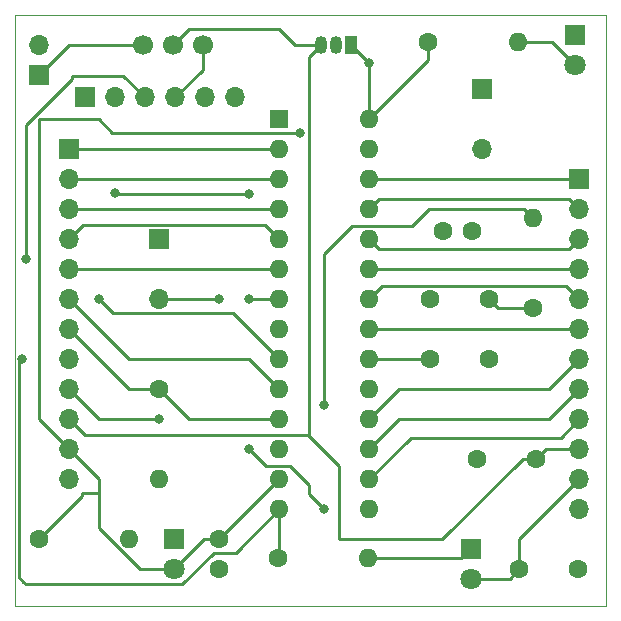
<source format=gbr>
%TF.GenerationSoftware,KiCad,Pcbnew,7.0.1*%
%TF.CreationDate,2023-04-17T16:28:37-05:00*%
%TF.ProjectId,MechCirc,4d656368-4369-4726-932e-6b696361645f,rev?*%
%TF.SameCoordinates,Original*%
%TF.FileFunction,Copper,L1,Top*%
%TF.FilePolarity,Positive*%
%FSLAX46Y46*%
G04 Gerber Fmt 4.6, Leading zero omitted, Abs format (unit mm)*
G04 Created by KiCad (PCBNEW 7.0.1) date 2023-04-17 16:28:37*
%MOMM*%
%LPD*%
G01*
G04 APERTURE LIST*
%TA.AperFunction,ComponentPad*%
%ADD10C,1.600000*%
%TD*%
%TA.AperFunction,ComponentPad*%
%ADD11O,1.600000X1.600000*%
%TD*%
%TA.AperFunction,ComponentPad*%
%ADD12C,1.700000*%
%TD*%
%TA.AperFunction,ComponentPad*%
%ADD13R,1.800000X1.800000*%
%TD*%
%TA.AperFunction,ComponentPad*%
%ADD14C,1.800000*%
%TD*%
%TA.AperFunction,ComponentPad*%
%ADD15R,1.700000X1.700000*%
%TD*%
%TA.AperFunction,ComponentPad*%
%ADD16O,1.700000X1.700000*%
%TD*%
%TA.AperFunction,ComponentPad*%
%ADD17R,1.600000X1.600000*%
%TD*%
%TA.AperFunction,ComponentPad*%
%ADD18R,1.050000X1.500000*%
%TD*%
%TA.AperFunction,ComponentPad*%
%ADD19O,1.050000X1.500000*%
%TD*%
%TA.AperFunction,ViaPad*%
%ADD20C,0.800000*%
%TD*%
%TA.AperFunction,Conductor*%
%ADD21C,0.250000*%
%TD*%
%TA.AperFunction,Profile*%
%ADD22C,0.100000*%
%TD*%
G04 APERTURE END LIST*
D10*
%TO.P,R4,1*%
%TO.N,/YELLOW*%
X147262530Y-120983024D03*
D11*
%TO.P,R4,2*%
%TO.N,Net-(D3-K)*%
X154882530Y-120983024D03*
%TD*%
D10*
%TO.P,C4,1*%
%TO.N,GND*%
X161183757Y-93282140D03*
%TO.P,C4,2*%
%TO.N,+3.3V*%
X163683757Y-93282140D03*
%TD*%
%TO.P,R2,1*%
%TO.N,+3.3V*%
X127000000Y-119380000D03*
D11*
%TO.P,R2,2*%
%TO.N,Net-(U2-\u002AMCLR)*%
X134620000Y-119380000D03*
%TD*%
D10*
%TO.P,R5,1*%
%TO.N,+3.3V*%
X168782230Y-99796856D03*
D11*
%TO.P,R5,2*%
%TO.N,/USER*%
X168782230Y-92176856D03*
%TD*%
D12*
%TO.P,SW1,1,A*%
%TO.N,+5V*%
X140846981Y-77553563D03*
%TO.P,SW1,2,B*%
%TO.N,/Vin*%
X138306981Y-77553563D03*
%TO.P,SW1,3,C*%
%TO.N,+5V*%
X135766981Y-77553563D03*
%TD*%
D13*
%TO.P,D2,1,K*%
%TO.N,Net-(D2-K)*%
X138423898Y-119385739D03*
D14*
%TO.P,D2,2,A*%
%TO.N,+3.3V*%
X138423898Y-121925739D03*
%TD*%
D15*
%TO.P,SW2,1,1*%
%TO.N,GND*%
X137160000Y-93980000D03*
D16*
%TO.P,SW2,2,2*%
%TO.N,Net-(U2-\u002AMCLR)*%
X137160000Y-99060000D03*
%TD*%
D13*
%TO.P,D1,1,K*%
%TO.N,GND*%
X172384298Y-76720048D03*
D14*
%TO.P,D1,2,A*%
%TO.N,Net-(D1-A)*%
X172384298Y-79260048D03*
%TD*%
D15*
%TO.P,J2,1,Pin_1*%
%TO.N,/RTS*%
X130877068Y-81973639D03*
D16*
%TO.P,J2,2,Pin_2*%
%TO.N,/RXD*%
X133417068Y-81973639D03*
%TO.P,J2,3,Pin_3*%
%TO.N,/TXD*%
X135957068Y-81973639D03*
%TO.P,J2,4,Pin_4*%
%TO.N,+5V*%
X138497068Y-81973639D03*
%TO.P,J2,5,Pin_5*%
%TO.N,/CTS*%
X141037068Y-81973639D03*
%TO.P,J2,6,Pin_6*%
%TO.N,GND*%
X143577068Y-81973639D03*
%TD*%
D17*
%TO.P,U2,1,\u002AMCLR*%
%TO.N,Net-(U2-\u002AMCLR)*%
X147320000Y-83820000D03*
D11*
%TO.P,U2,2,VREF+/CVREF+/AN0/C3INC/RPA0/CTED1/RA0*%
%TO.N,/A0*%
X147320000Y-86360000D03*
%TO.P,U2,3,VREF-/CVREF-/AN1/RPA1/CTED2/RA1*%
%TO.N,/A1*%
X147320000Y-88900000D03*
%TO.P,U2,4,PGED1/AN2/C1IND/C2INB/C3IND/RPB0/RB0*%
%TO.N,/B0*%
X147320000Y-91440000D03*
%TO.P,U2,5,PGEC1/AN3/C1INC/C2INA/RPB1/CTED12/RB1*%
%TO.N,/B1*%
X147320000Y-93980000D03*
%TO.P,U2,6,AN4/C1INB/C2IND/RPB2/SDA2/CTED13/RB2*%
%TO.N,/B2*%
X147320000Y-96520000D03*
%TO.P,U2,7,AN5/C1INA/C2INC/RTCC/RPB3/SCL2/RB3*%
%TO.N,/RXD*%
X147320000Y-99060000D03*
%TO.P,U2,8,VSS*%
%TO.N,GND*%
X147320000Y-101600000D03*
%TO.P,U2,9,OSC1/CLKI/RPA2/RA2*%
%TO.N,/TXD*%
X147320000Y-104140000D03*
%TO.P,U2,10,OSC2/CLKO/RPA3/PMA0/RA3*%
%TO.N,/A3*%
X147320000Y-106680000D03*
%TO.P,U2,11,SOSCI/RPB4/RB4*%
%TO.N,/GREEN*%
X147320000Y-109220000D03*
%TO.P,U2,12,SOSCO/RPA4/T1CK/CTED9/PMA1/RA4*%
%TO.N,/USER*%
X147320000Y-111760000D03*
%TO.P,U2,13,VDD*%
%TO.N,+3.3V*%
X147320000Y-114300000D03*
%TO.P,U2,14,PGED3/RPB5/PMD7/RB5*%
%TO.N,/YELLOW*%
X147320000Y-116840000D03*
%TO.P,U2,15,PGEC3/RPB6/PMD6/RB6*%
%TO.N,/B6*%
X154940000Y-116840000D03*
%TO.P,U2,16,TDI/RPB7/CTED3/PMD5/INT0/RB7*%
%TO.N,/B7*%
X154940000Y-114300000D03*
%TO.P,U2,17,TCK/RPB8/SCL1/CTED10/PMD4/RB8*%
%TO.N,/B8*%
X154940000Y-111760000D03*
%TO.P,U2,18,TDO/RPB9/SDA1/CTED4/PMD3/RB9*%
%TO.N,/B9*%
X154940000Y-109220000D03*
%TO.P,U2,19,VSS*%
%TO.N,GND*%
X154940000Y-106680000D03*
%TO.P,U2,20,VCAP*%
%TO.N,Net-(U2-VCAP)*%
X154940000Y-104140000D03*
%TO.P,U2,21,PGED2/RPB10/CTED11/PMD2/RB10*%
%TO.N,/B10*%
X154940000Y-101600000D03*
%TO.P,U2,22,PGEC2/TMS/RPB11/PMD1/RB11*%
%TO.N,/B11*%
X154940000Y-99060000D03*
%TO.P,U2,23,AN12/PMD0/RB12*%
%TO.N,/B12*%
X154940000Y-96520000D03*
%TO.P,U2,24,AN11/RPB13/CTPLS/PMRD/RB13*%
%TO.N,/B13*%
X154940000Y-93980000D03*
%TO.P,U2,25,CVREFOUT/AN10/C3INB/RPB14/SCK1/CTED5/PMWR/RB14*%
%TO.N,/B14*%
X154940000Y-91440000D03*
%TO.P,U2,26,AN9/C3INA/RPB15/SCK2/CTED6/PMCS1/RB15*%
%TO.N,/B15*%
X154940000Y-88900000D03*
%TO.P,U2,27,AVSS*%
%TO.N,GND*%
X154940000Y-86360000D03*
%TO.P,U2,28,AVDD*%
%TO.N,+3.3V*%
X154940000Y-83820000D03*
%TD*%
D10*
%TO.P,C1,1*%
%TO.N,GND*%
X164083952Y-112565539D03*
%TO.P,C1,2*%
%TO.N,/Vin*%
X169083952Y-112565539D03*
%TD*%
D18*
%TO.P,U1,1,VOUT*%
%TO.N,+3.3V*%
X153407105Y-77565043D03*
D19*
%TO.P,U1,2,GND*%
%TO.N,GND*%
X152137105Y-77565043D03*
%TO.P,U1,3,VIN*%
%TO.N,/Vin*%
X150867105Y-77565043D03*
%TD*%
D10*
%TO.P,R1,1*%
%TO.N,+3.3V*%
X159914297Y-77268337D03*
D11*
%TO.P,R1,2*%
%TO.N,Net-(D1-A)*%
X167534297Y-77268337D03*
%TD*%
D10*
%TO.P,C5,1*%
%TO.N,GND*%
X165100000Y-104140000D03*
%TO.P,C5,2*%
%TO.N,Net-(U2-VCAP)*%
X160100000Y-104140000D03*
%TD*%
%TO.P,R3,1*%
%TO.N,/GREEN*%
X137160000Y-106680000D03*
D11*
%TO.P,R3,2*%
%TO.N,Net-(D2-K)*%
X137160000Y-114300000D03*
%TD*%
D15*
%TO.P,J3,1,Pin_1*%
%TO.N,/A0*%
X129540000Y-86360000D03*
D16*
%TO.P,J3,2,Pin_2*%
%TO.N,/A1*%
X129540000Y-88900000D03*
%TO.P,J3,3,Pin_3*%
%TO.N,/B0*%
X129540000Y-91440000D03*
%TO.P,J3,4,Pin_4*%
%TO.N,/B1*%
X129540000Y-93980000D03*
%TO.P,J3,5,Pin_5*%
%TO.N,/B2*%
X129540000Y-96520000D03*
%TO.P,J3,6,Pin_6*%
%TO.N,/A3*%
X129540000Y-99060000D03*
%TO.P,J3,7,Pin_7*%
%TO.N,/GREEN*%
X129540000Y-101600000D03*
%TO.P,J3,8,Pin_8*%
%TO.N,/YELLOW*%
X129540000Y-104140000D03*
%TO.P,J3,9,Pin_9*%
%TO.N,/B6*%
X129540000Y-106680000D03*
%TO.P,J3,10,Pin_10*%
%TO.N,/Vin*%
X129540000Y-109220000D03*
%TO.P,J3,11,Pin_11*%
%TO.N,+3.3V*%
X129540000Y-111760000D03*
%TO.P,J3,12,Pin_12*%
%TO.N,GND*%
X129540000Y-114300000D03*
%TD*%
D10*
%TO.P,C2,1*%
%TO.N,GND*%
X172640000Y-121920000D03*
%TO.P,C2,2*%
%TO.N,+3.3V*%
X167640000Y-121920000D03*
%TD*%
D13*
%TO.P,D3,1,K*%
%TO.N,Net-(D3-K)*%
X163567105Y-120174783D03*
D14*
%TO.P,D3,2,A*%
%TO.N,+3.3V*%
X163567105Y-122714783D03*
%TD*%
D10*
%TO.P,C3,1*%
%TO.N,GND*%
X160100000Y-99060000D03*
%TO.P,C3,2*%
%TO.N,+3.3V*%
X165100000Y-99060000D03*
%TD*%
D15*
%TO.P,J4,1,Pin_1*%
%TO.N,/B15*%
X172720000Y-88900000D03*
D16*
%TO.P,J4,2,Pin_2*%
%TO.N,/B14*%
X172720000Y-91440000D03*
%TO.P,J4,3,Pin_3*%
%TO.N,/B13*%
X172720000Y-93980000D03*
%TO.P,J4,4,Pin_4*%
%TO.N,/B12*%
X172720000Y-96520000D03*
%TO.P,J4,5,Pin_5*%
%TO.N,/B11*%
X172720000Y-99060000D03*
%TO.P,J4,6,Pin_6*%
%TO.N,/B10*%
X172720000Y-101600000D03*
%TO.P,J4,7,Pin_7*%
%TO.N,/B9*%
X172720000Y-104140000D03*
%TO.P,J4,8,Pin_8*%
%TO.N,/B8*%
X172720000Y-106680000D03*
%TO.P,J4,9,Pin_9*%
%TO.N,/B7*%
X172720000Y-109220000D03*
%TO.P,J4,10,Pin_10*%
%TO.N,/Vin*%
X172720000Y-111760000D03*
%TO.P,J4,11,Pin_11*%
%TO.N,+3.3V*%
X172720000Y-114300000D03*
%TO.P,J4,12,Pin_12*%
%TO.N,GND*%
X172720000Y-116840000D03*
%TD*%
D15*
%TO.P,J1,1,Pin_1*%
%TO.N,+5V*%
X127000000Y-80091586D03*
D16*
%TO.P,J1,2,Pin_2*%
%TO.N,GND*%
X127000000Y-77551586D03*
%TD*%
D15*
%TO.P,SW3,1,1*%
%TO.N,GND*%
X164492794Y-81254798D03*
D16*
%TO.P,SW3,2,2*%
%TO.N,/USER*%
X164492794Y-86334798D03*
%TD*%
D10*
%TO.P,C7,1*%
%TO.N,+3.3V*%
X142240000Y-119380000D03*
%TO.P,C7,2*%
%TO.N,GND*%
X142240000Y-121880000D03*
%TD*%
D20*
%TO.N,/B6*%
X151124744Y-116839999D03*
%TO.N,+3.3V*%
X149092938Y-84945000D03*
X154940000Y-79097938D03*
%TO.N,/RXD*%
X133410604Y-90038010D03*
X144740545Y-90121935D03*
X144780000Y-99060000D03*
%TO.N,/TXD*%
X125896765Y-95680745D03*
X132080000Y-99060000D03*
%TO.N,/YELLOW*%
X125559500Y-104140000D03*
%TO.N,/B6*%
X137160000Y-109220000D03*
X144780000Y-111760000D03*
%TO.N,Net-(U2-\u002AMCLR)*%
X142240000Y-99060000D03*
%TO.N,/USER*%
X151118882Y-108022807D03*
%TD*%
D21*
%TO.N,/B6*%
X149860000Y-115575255D02*
X149860000Y-114750000D01*
X151124744Y-116839999D02*
X149860000Y-115575255D01*
%TO.N,/Vin*%
X130884061Y-110564061D02*
X129540000Y-109220000D01*
X152400000Y-113167006D02*
X149797055Y-110564061D01*
X172720000Y-111760000D02*
X169889491Y-111760000D01*
X150867105Y-77565043D02*
X148685043Y-77565043D01*
X152400000Y-119380000D02*
X152400000Y-113167006D01*
X139660544Y-76200000D02*
X138306981Y-77553563D01*
X169889491Y-111760000D02*
X169083952Y-112565539D01*
X150867105Y-77565043D02*
X149860000Y-78572148D01*
X149797055Y-110564061D02*
X130884061Y-110564061D01*
X149860000Y-78572148D02*
X149860000Y-110501116D01*
X161138121Y-119380000D02*
X152400000Y-119380000D01*
X167952582Y-112565539D02*
X161138121Y-119380000D01*
X148685043Y-77565043D02*
X147320000Y-76200000D01*
X149860000Y-110501116D02*
X149797055Y-110564061D01*
X147320000Y-76200000D02*
X139660544Y-76200000D01*
X169083952Y-112565539D02*
X167952582Y-112565539D01*
%TO.N,+3.3V*%
X149092938Y-84945000D02*
X133205000Y-84945000D01*
X138423898Y-121925739D02*
X140969637Y-119380000D01*
X154940000Y-81280000D02*
X154940000Y-79097938D01*
X132080000Y-115425000D02*
X130665000Y-115425000D01*
X132080000Y-83820000D02*
X127000000Y-83820000D01*
X165836856Y-99796856D02*
X165100000Y-99060000D01*
X135574748Y-121925739D02*
X132080000Y-118430991D01*
X127000000Y-83820000D02*
X127000000Y-109220000D01*
X132080000Y-118430991D02*
X132080000Y-115425000D01*
X159914297Y-78845703D02*
X154940000Y-83820000D01*
X154940000Y-83820000D02*
X154940000Y-81280000D01*
X166845217Y-122714783D02*
X167640000Y-121920000D01*
X147320000Y-114300000D02*
X142240000Y-119380000D01*
X167640000Y-119380000D02*
X167640000Y-121920000D01*
X140969637Y-119380000D02*
X142240000Y-119380000D01*
X159914297Y-77268337D02*
X159914297Y-78845703D01*
X138423898Y-121925739D02*
X135574748Y-121925739D01*
X129540000Y-111760000D02*
X132080000Y-114300000D01*
X133205000Y-84945000D02*
X132080000Y-83820000D01*
X163567105Y-122714783D02*
X166845217Y-122714783D01*
X132080000Y-114300000D02*
X132080000Y-115425000D01*
X130665000Y-115715000D02*
X127000000Y-119380000D01*
X153407105Y-77565043D02*
X154940000Y-79097938D01*
X168782230Y-99796856D02*
X165836856Y-99796856D01*
X172720000Y-114300000D02*
X167640000Y-119380000D01*
X130665000Y-115425000D02*
X130665000Y-115715000D01*
X127000000Y-109220000D02*
X129540000Y-111760000D01*
%TO.N,Net-(U2-VCAP)*%
X154940000Y-104140000D02*
X160100000Y-104140000D01*
%TO.N,Net-(D1-A)*%
X170392587Y-77268337D02*
X172384298Y-79260048D01*
X167534297Y-77268337D02*
X170392587Y-77268337D01*
%TO.N,Net-(D3-K)*%
X154882530Y-120983024D02*
X162758864Y-120983024D01*
X162758864Y-120983024D02*
X163567105Y-120174783D01*
%TO.N,+5V*%
X140846981Y-79623726D02*
X140846981Y-77553563D01*
X127000000Y-80091586D02*
X129538023Y-77553563D01*
X129538023Y-77553563D02*
X135766981Y-77553563D01*
X138497068Y-81973639D02*
X140846981Y-79623726D01*
%TO.N,/RXD*%
X147320000Y-99060000D02*
X144780000Y-99060000D01*
X144740545Y-90121935D02*
X133494529Y-90121935D01*
X133494529Y-90121935D02*
X133410604Y-90038010D01*
%TO.N,/TXD*%
X125896765Y-84286839D02*
X129799300Y-80384304D01*
X125896765Y-95680745D02*
X125896765Y-84286839D01*
X134137959Y-80154530D02*
X135957068Y-81973639D01*
X143415000Y-100235000D02*
X133255000Y-100235000D01*
X129799300Y-80384304D02*
X129799300Y-80154530D01*
X147320000Y-104140000D02*
X143415000Y-100235000D01*
X129799300Y-80154530D02*
X134137959Y-80154530D01*
X133255000Y-100235000D02*
X132080000Y-99060000D01*
%TO.N,/A0*%
X129540000Y-86360000D02*
X147320000Y-86360000D01*
%TO.N,/A1*%
X129540000Y-88900000D02*
X147320000Y-88900000D01*
%TO.N,/B0*%
X129540000Y-91440000D02*
X147320000Y-91440000D01*
%TO.N,/B1*%
X129540000Y-93980000D02*
X130715000Y-92805000D01*
X130715000Y-92805000D02*
X146145000Y-92805000D01*
X146145000Y-92805000D02*
X147320000Y-93980000D01*
%TO.N,/B2*%
X129540000Y-96520000D02*
X147320000Y-96520000D01*
%TO.N,/A3*%
X147320000Y-106680000D02*
X146195000Y-105555000D01*
X144780000Y-104140000D02*
X134620000Y-104140000D01*
X146195000Y-105555000D02*
X144780000Y-104140000D01*
X134620000Y-104140000D02*
X129540000Y-99060000D01*
%TO.N,/GREEN*%
X139700000Y-109220000D02*
X137160000Y-106680000D01*
X129540000Y-101600000D02*
X134620000Y-106680000D01*
X134620000Y-106680000D02*
X137160000Y-106680000D01*
X147320000Y-109220000D02*
X139700000Y-109220000D01*
%TO.N,/YELLOW*%
X141774009Y-120505000D02*
X139128270Y-123150739D01*
X147320000Y-116840000D02*
X143655000Y-120505000D01*
X143655000Y-120505000D02*
X141774009Y-120505000D01*
X125285000Y-122572133D02*
X125285000Y-104140000D01*
X125679427Y-122966560D02*
X125285000Y-122572133D01*
X147320000Y-120925554D02*
X147262530Y-120983024D01*
X125285000Y-104140000D02*
X125559500Y-104140000D01*
X139128270Y-123150739D02*
X125863606Y-123150739D01*
X147320000Y-116840000D02*
X147320000Y-120925554D01*
X125863606Y-123150739D02*
X125679427Y-122966560D01*
%TO.N,/B6*%
X129540000Y-106680000D02*
X132080000Y-109220000D01*
X148285000Y-113175000D02*
X149860000Y-114750000D01*
X132080000Y-109220000D02*
X137160000Y-109220000D01*
X144780000Y-111760000D02*
X146195000Y-113175000D01*
X146195000Y-113175000D02*
X148285000Y-113175000D01*
%TO.N,/B15*%
X172720000Y-88900000D02*
X154940000Y-88900000D01*
%TO.N,/B14*%
X172720000Y-91440000D02*
X171870000Y-90590000D01*
X155790000Y-90590000D02*
X154940000Y-91440000D01*
X171870000Y-90590000D02*
X155790000Y-90590000D01*
%TO.N,/B13*%
X155790000Y-94830000D02*
X154940000Y-93980000D01*
X172720000Y-93980000D02*
X171870000Y-94830000D01*
X171870000Y-94830000D02*
X155790000Y-94830000D01*
%TO.N,/B12*%
X172720000Y-96520000D02*
X154940000Y-96520000D01*
%TO.N,/B11*%
X156065000Y-97935000D02*
X154940000Y-99060000D01*
X171595000Y-97935000D02*
X156065000Y-97935000D01*
X172720000Y-99060000D02*
X171595000Y-97935000D01*
%TO.N,/B10*%
X172720000Y-101600000D02*
X154940000Y-101600000D01*
%TO.N,/B9*%
X157480000Y-106680000D02*
X154940000Y-109220000D01*
X170180000Y-106680000D02*
X157480000Y-106680000D01*
X172720000Y-104140000D02*
X170180000Y-106680000D01*
%TO.N,/B8*%
X157480000Y-109220000D02*
X170180000Y-109220000D01*
X154940000Y-111760000D02*
X157480000Y-109220000D01*
X170180000Y-109220000D02*
X172720000Y-106680000D01*
%TO.N,/B7*%
X171159385Y-110780615D02*
X158459385Y-110780615D01*
X158459385Y-110780615D02*
X154940000Y-114300000D01*
X172720000Y-109220000D02*
X171159385Y-110780615D01*
%TO.N,Net-(U2-\u002AMCLR)*%
X137160000Y-99060000D02*
X142240000Y-99060000D01*
%TO.N,/USER*%
X153525000Y-92855000D02*
X158605000Y-92855000D01*
X168045374Y-91440000D02*
X168782230Y-92176856D01*
X151118882Y-108022807D02*
X151118882Y-95261118D01*
X151118882Y-95261118D02*
X153525000Y-92855000D01*
X160020000Y-91440000D02*
X168045374Y-91440000D01*
X158605000Y-92855000D02*
X160020000Y-91440000D01*
%TD*%
D22*
X175000000Y-125000000D02*
X125000000Y-125000000D01*
X175000000Y-75000000D02*
X175000000Y-125000000D01*
X125000000Y-75000000D02*
X175000000Y-75000000D01*
X125000000Y-125000000D02*
X125000000Y-75000000D01*
M02*

</source>
